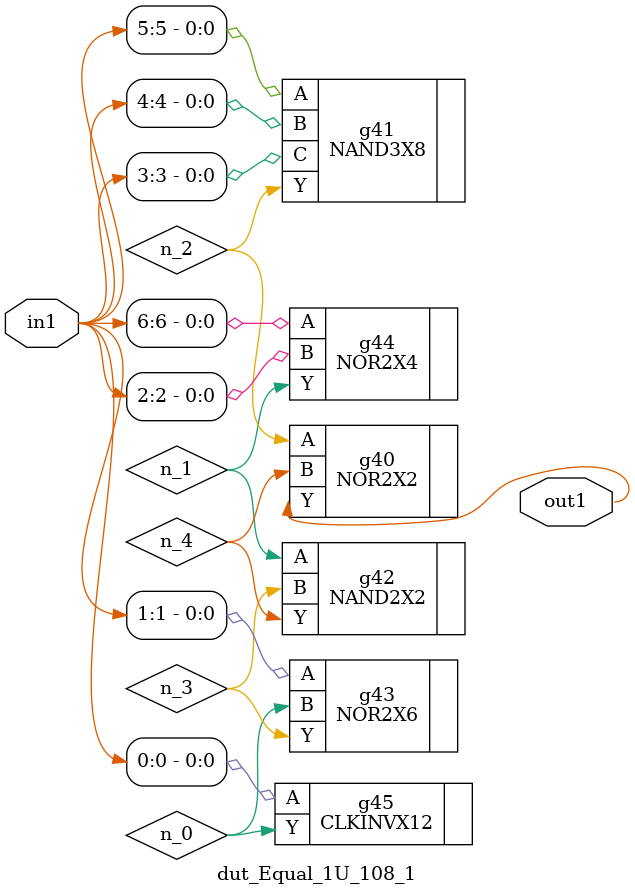
<source format=v>
`timescale 1ps / 1ps


module dut_Equal_1U_108_1(in1, out1);
  input [6:0] in1;
  output out1;
  wire [6:0] in1;
  wire out1;
  wire n_0, n_1, n_2, n_3, n_4;
  NOR2X2 g40(.A (n_2), .B (n_4), .Y (out1));
  NAND2X2 g42(.A (n_1), .B (n_3), .Y (n_4));
  NOR2X6 g43(.A (in1[1]), .B (n_0), .Y (n_3));
  NAND3X8 g41(.A (in1[5]), .B (in1[4]), .C (in1[3]), .Y (n_2));
  NOR2X4 g44(.A (in1[6]), .B (in1[2]), .Y (n_1));
  CLKINVX12 g45(.A (in1[0]), .Y (n_0));
endmodule



</source>
